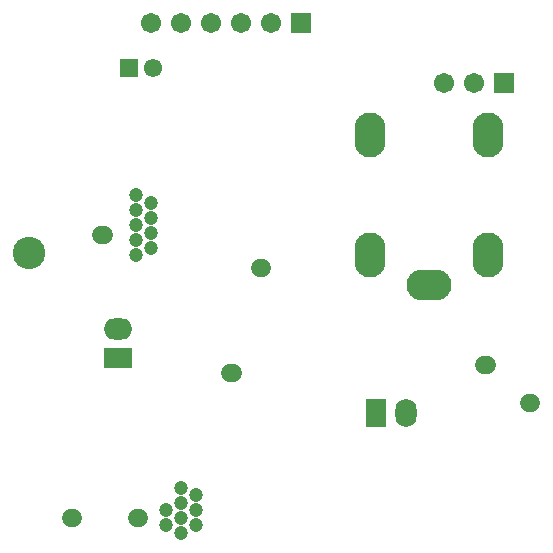
<source format=gbs>
G04 DipTrace 3.2.0.1*
G04 Speed-SensitiveWiperSwitchReplacement-Rev03(NoUnmaskedTraces)-BottomMask.gbs*
%MOIN*%
G04 #@! TF.FileFunction,Soldermask,Bot*
G04 #@! TF.Part,Single*
%ADD21C,0.059181*%
%ADD47C,0.108*%
%ADD52C,0.04737*%
%ADD56O,0.070992X0.094614*%
%ADD58R,0.070992X0.094614*%
%ADD68O,0.102488X0.149732*%
%ADD70O,0.149732X0.102488*%
%ADD72C,0.067055*%
%ADD74R,0.067055X0.067055*%
%ADD76O,0.094614X0.070992*%
%ADD78R,0.094614X0.070992*%
%ADD86C,0.06115*%
%ADD88R,0.06115X0.06115*%
%FSLAX26Y26*%
G04*
G70*
G90*
G75*
G01*
G04 BotMask*
%LPD*%
D52*
X475000Y1175000D3*
Y1125000D3*
Y1025000D3*
Y1075000D3*
Y975000D3*
X525000Y1000000D3*
Y1100000D3*
Y1050000D3*
Y1150000D3*
X675000Y75000D3*
X625000Y100000D3*
Y50000D3*
Y150000D3*
Y200000D3*
X675000Y125000D3*
X575000D3*
Y75000D3*
X675000Y175000D3*
X484252Y98425D2*
D21*
X476378D1*
D88*
X450000Y1600000D3*
D86*
X528740D3*
X1791339Y482283D2*
D21*
X1783465D1*
D47*
X118000Y984000D3*
X795276Y582677D2*
D21*
X787402D1*
X893701Y933071D2*
X885827D1*
D78*
X413386Y631890D3*
D76*
Y730315D3*
D74*
X1025000Y1750000D3*
D72*
X925000D3*
X825000D3*
X725000D3*
X625000D3*
X525000D3*
D74*
X1700000Y1550000D3*
D72*
X1600000D3*
X1500000D3*
D70*
X1450000Y875787D3*
D68*
X1253150Y974213D3*
X1646850D3*
X1253150Y1375787D3*
X1646850D3*
X1641732Y610236D2*
D21*
X1633858D1*
X366142Y1043307D2*
X358268D1*
D58*
X1275000Y450000D3*
D56*
X1373425D3*
X263780Y98425D2*
D21*
X255906D1*
M02*

</source>
